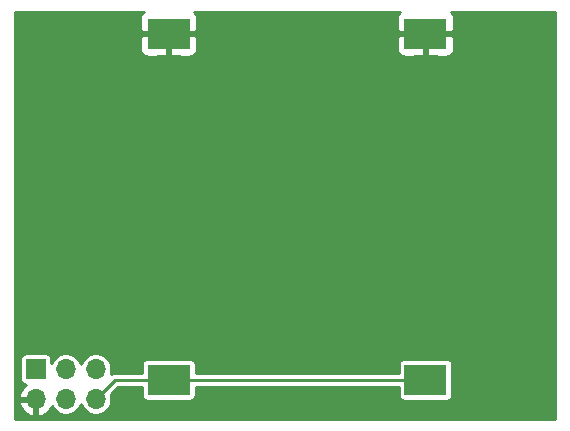
<source format=gbr>
G04 #@! TF.GenerationSoftware,KiCad,Pcbnew,(5.1.5-0-10_14)*
G04 #@! TF.CreationDate,2021-06-08T10:06:00-04:00*
G04 #@! TF.ProjectId,ESLO_COIN_POWER,45534c4f-5f43-44f4-994e-5f504f574552,rev?*
G04 #@! TF.SameCoordinates,Original*
G04 #@! TF.FileFunction,Copper,L1,Top*
G04 #@! TF.FilePolarity,Positive*
%FSLAX46Y46*%
G04 Gerber Fmt 4.6, Leading zero omitted, Abs format (unit mm)*
G04 Created by KiCad (PCBNEW (5.1.5-0-10_14)) date 2021-06-08 10:06:00*
%MOMM*%
%LPD*%
G04 APERTURE LIST*
%ADD10O,1.700000X1.700000*%
%ADD11R,1.700000X1.700000*%
%ADD12R,3.600000X2.600000*%
%ADD13C,0.250000*%
%ADD14C,0.254000*%
G04 APERTURE END LIST*
D10*
X79830000Y-97790000D03*
X79830000Y-95250000D03*
X77290000Y-97790000D03*
X77290000Y-95250000D03*
X74750000Y-97790000D03*
D11*
X74750000Y-95250000D03*
D12*
X107750000Y-96150000D03*
X107750000Y-66850000D03*
X86000000Y-96150000D03*
X86000000Y-66850000D03*
D13*
X105700000Y-96150000D02*
X86000000Y-96150000D01*
X107750000Y-96150000D02*
X105700000Y-96150000D01*
X81470000Y-96150000D02*
X79830000Y-97790000D01*
X86000000Y-96150000D02*
X81470000Y-96150000D01*
D14*
G36*
X83845506Y-65019463D02*
G01*
X83748815Y-65098815D01*
X83669463Y-65195506D01*
X83610498Y-65305820D01*
X83574188Y-65425518D01*
X83561928Y-65550000D01*
X83565000Y-66564250D01*
X83723750Y-66723000D01*
X85873000Y-66723000D01*
X85873000Y-66703000D01*
X86127000Y-66703000D01*
X86127000Y-66723000D01*
X88276250Y-66723000D01*
X88435000Y-66564250D01*
X88438072Y-65550000D01*
X88425812Y-65425518D01*
X88389502Y-65305820D01*
X88330537Y-65195506D01*
X88251185Y-65098815D01*
X88154494Y-65019463D01*
X88121824Y-65002000D01*
X105628176Y-65002000D01*
X105595506Y-65019463D01*
X105498815Y-65098815D01*
X105419463Y-65195506D01*
X105360498Y-65305820D01*
X105324188Y-65425518D01*
X105311928Y-65550000D01*
X105315000Y-66564250D01*
X105473750Y-66723000D01*
X107623000Y-66723000D01*
X107623000Y-66703000D01*
X107877000Y-66703000D01*
X107877000Y-66723000D01*
X110026250Y-66723000D01*
X110185000Y-66564250D01*
X110188072Y-65550000D01*
X110175812Y-65425518D01*
X110139502Y-65305820D01*
X110080537Y-65195506D01*
X110001185Y-65098815D01*
X109904494Y-65019463D01*
X109871824Y-65002000D01*
X118748001Y-65002000D01*
X118748000Y-99498000D01*
X73002000Y-99498000D01*
X73002000Y-98146891D01*
X73308519Y-98146891D01*
X73405843Y-98421252D01*
X73554822Y-98671355D01*
X73749731Y-98887588D01*
X73983080Y-99061641D01*
X74245901Y-99186825D01*
X74393110Y-99231476D01*
X74623000Y-99110155D01*
X74623000Y-97917000D01*
X73429186Y-97917000D01*
X73308519Y-98146891D01*
X73002000Y-98146891D01*
X73002000Y-97433109D01*
X73308519Y-97433109D01*
X73429186Y-97663000D01*
X74623000Y-97663000D01*
X74623000Y-97643000D01*
X74877000Y-97643000D01*
X74877000Y-97663000D01*
X74897000Y-97663000D01*
X74897000Y-97917000D01*
X74877000Y-97917000D01*
X74877000Y-99110155D01*
X75106890Y-99231476D01*
X75254099Y-99186825D01*
X75516920Y-99061641D01*
X75750269Y-98887588D01*
X75945178Y-98671355D01*
X76094157Y-98421252D01*
X76103836Y-98393965D01*
X76114028Y-98418570D01*
X76259252Y-98635913D01*
X76444087Y-98820748D01*
X76661430Y-98965972D01*
X76902928Y-99066004D01*
X77159302Y-99117000D01*
X77420698Y-99117000D01*
X77677072Y-99066004D01*
X77918570Y-98965972D01*
X78135913Y-98820748D01*
X78320748Y-98635913D01*
X78465972Y-98418570D01*
X78560000Y-98191567D01*
X78654028Y-98418570D01*
X78799252Y-98635913D01*
X78984087Y-98820748D01*
X79201430Y-98965972D01*
X79442928Y-99066004D01*
X79699302Y-99117000D01*
X79960698Y-99117000D01*
X80217072Y-99066004D01*
X80458570Y-98965972D01*
X80675913Y-98820748D01*
X80860748Y-98635913D01*
X81005972Y-98418570D01*
X81106004Y-98177072D01*
X81157000Y-97920698D01*
X81157000Y-97659302D01*
X81106004Y-97402928D01*
X81094998Y-97376358D01*
X81719357Y-96752000D01*
X83720693Y-96752000D01*
X83720693Y-97450000D01*
X83729903Y-97543508D01*
X83757178Y-97633423D01*
X83801471Y-97716289D01*
X83861079Y-97788921D01*
X83933711Y-97848529D01*
X84016577Y-97892822D01*
X84106492Y-97920097D01*
X84200000Y-97929307D01*
X87800000Y-97929307D01*
X87893508Y-97920097D01*
X87983423Y-97892822D01*
X88066289Y-97848529D01*
X88138921Y-97788921D01*
X88198529Y-97716289D01*
X88242822Y-97633423D01*
X88270097Y-97543508D01*
X88279307Y-97450000D01*
X88279307Y-96752000D01*
X105470693Y-96752000D01*
X105470693Y-97450000D01*
X105479903Y-97543508D01*
X105507178Y-97633423D01*
X105551471Y-97716289D01*
X105611079Y-97788921D01*
X105683711Y-97848529D01*
X105766577Y-97892822D01*
X105856492Y-97920097D01*
X105950000Y-97929307D01*
X109550000Y-97929307D01*
X109643508Y-97920097D01*
X109733423Y-97892822D01*
X109816289Y-97848529D01*
X109888921Y-97788921D01*
X109948529Y-97716289D01*
X109992822Y-97633423D01*
X110020097Y-97543508D01*
X110029307Y-97450000D01*
X110029307Y-94850000D01*
X110020097Y-94756492D01*
X109992822Y-94666577D01*
X109948529Y-94583711D01*
X109888921Y-94511079D01*
X109816289Y-94451471D01*
X109733423Y-94407178D01*
X109643508Y-94379903D01*
X109550000Y-94370693D01*
X105950000Y-94370693D01*
X105856492Y-94379903D01*
X105766577Y-94407178D01*
X105683711Y-94451471D01*
X105611079Y-94511079D01*
X105551471Y-94583711D01*
X105507178Y-94666577D01*
X105479903Y-94756492D01*
X105470693Y-94850000D01*
X105470693Y-95548000D01*
X88279307Y-95548000D01*
X88279307Y-94850000D01*
X88270097Y-94756492D01*
X88242822Y-94666577D01*
X88198529Y-94583711D01*
X88138921Y-94511079D01*
X88066289Y-94451471D01*
X87983423Y-94407178D01*
X87893508Y-94379903D01*
X87800000Y-94370693D01*
X84200000Y-94370693D01*
X84106492Y-94379903D01*
X84016577Y-94407178D01*
X83933711Y-94451471D01*
X83861079Y-94511079D01*
X83801471Y-94583711D01*
X83757178Y-94666577D01*
X83729903Y-94756492D01*
X83720693Y-94850000D01*
X83720693Y-95548000D01*
X81499556Y-95548000D01*
X81469999Y-95545089D01*
X81440443Y-95548000D01*
X81440434Y-95548000D01*
X81351988Y-95556711D01*
X81238510Y-95591134D01*
X81133929Y-95647034D01*
X81133927Y-95647035D01*
X81133928Y-95647035D01*
X81085371Y-95686884D01*
X81106004Y-95637072D01*
X81157000Y-95380698D01*
X81157000Y-95119302D01*
X81106004Y-94862928D01*
X81005972Y-94621430D01*
X80860748Y-94404087D01*
X80675913Y-94219252D01*
X80458570Y-94074028D01*
X80217072Y-93973996D01*
X79960698Y-93923000D01*
X79699302Y-93923000D01*
X79442928Y-93973996D01*
X79201430Y-94074028D01*
X78984087Y-94219252D01*
X78799252Y-94404087D01*
X78654028Y-94621430D01*
X78560000Y-94848433D01*
X78465972Y-94621430D01*
X78320748Y-94404087D01*
X78135913Y-94219252D01*
X77918570Y-94074028D01*
X77677072Y-93973996D01*
X77420698Y-93923000D01*
X77159302Y-93923000D01*
X76902928Y-93973996D01*
X76661430Y-94074028D01*
X76444087Y-94219252D01*
X76259252Y-94404087D01*
X76114028Y-94621430D01*
X76079307Y-94705254D01*
X76079307Y-94400000D01*
X76070097Y-94306492D01*
X76042822Y-94216577D01*
X75998529Y-94133711D01*
X75938921Y-94061079D01*
X75866289Y-94001471D01*
X75783423Y-93957178D01*
X75693508Y-93929903D01*
X75600000Y-93920693D01*
X73900000Y-93920693D01*
X73806492Y-93929903D01*
X73716577Y-93957178D01*
X73633711Y-94001471D01*
X73561079Y-94061079D01*
X73501471Y-94133711D01*
X73457178Y-94216577D01*
X73429903Y-94306492D01*
X73420693Y-94400000D01*
X73420693Y-96100000D01*
X73429903Y-96193508D01*
X73457178Y-96283423D01*
X73501471Y-96366289D01*
X73561079Y-96438921D01*
X73633711Y-96498529D01*
X73716577Y-96542822D01*
X73806492Y-96570097D01*
X73900000Y-96579307D01*
X73901368Y-96579307D01*
X73749731Y-96692412D01*
X73554822Y-96908645D01*
X73405843Y-97158748D01*
X73308519Y-97433109D01*
X73002000Y-97433109D01*
X73002000Y-68150000D01*
X83561928Y-68150000D01*
X83574188Y-68274482D01*
X83610498Y-68394180D01*
X83669463Y-68504494D01*
X83748815Y-68601185D01*
X83845506Y-68680537D01*
X83955820Y-68739502D01*
X84075518Y-68775812D01*
X84200000Y-68788072D01*
X85714250Y-68785000D01*
X85873000Y-68626250D01*
X85873000Y-66977000D01*
X86127000Y-66977000D01*
X86127000Y-68626250D01*
X86285750Y-68785000D01*
X87800000Y-68788072D01*
X87924482Y-68775812D01*
X88044180Y-68739502D01*
X88154494Y-68680537D01*
X88251185Y-68601185D01*
X88330537Y-68504494D01*
X88389502Y-68394180D01*
X88425812Y-68274482D01*
X88438072Y-68150000D01*
X105311928Y-68150000D01*
X105324188Y-68274482D01*
X105360498Y-68394180D01*
X105419463Y-68504494D01*
X105498815Y-68601185D01*
X105595506Y-68680537D01*
X105705820Y-68739502D01*
X105825518Y-68775812D01*
X105950000Y-68788072D01*
X107464250Y-68785000D01*
X107623000Y-68626250D01*
X107623000Y-66977000D01*
X107877000Y-66977000D01*
X107877000Y-68626250D01*
X108035750Y-68785000D01*
X109550000Y-68788072D01*
X109674482Y-68775812D01*
X109794180Y-68739502D01*
X109904494Y-68680537D01*
X110001185Y-68601185D01*
X110080537Y-68504494D01*
X110139502Y-68394180D01*
X110175812Y-68274482D01*
X110188072Y-68150000D01*
X110185000Y-67135750D01*
X110026250Y-66977000D01*
X107877000Y-66977000D01*
X107623000Y-66977000D01*
X105473750Y-66977000D01*
X105315000Y-67135750D01*
X105311928Y-68150000D01*
X88438072Y-68150000D01*
X88435000Y-67135750D01*
X88276250Y-66977000D01*
X86127000Y-66977000D01*
X85873000Y-66977000D01*
X83723750Y-66977000D01*
X83565000Y-67135750D01*
X83561928Y-68150000D01*
X73002000Y-68150000D01*
X73002000Y-65002000D01*
X83878176Y-65002000D01*
X83845506Y-65019463D01*
G37*
X83845506Y-65019463D02*
X83748815Y-65098815D01*
X83669463Y-65195506D01*
X83610498Y-65305820D01*
X83574188Y-65425518D01*
X83561928Y-65550000D01*
X83565000Y-66564250D01*
X83723750Y-66723000D01*
X85873000Y-66723000D01*
X85873000Y-66703000D01*
X86127000Y-66703000D01*
X86127000Y-66723000D01*
X88276250Y-66723000D01*
X88435000Y-66564250D01*
X88438072Y-65550000D01*
X88425812Y-65425518D01*
X88389502Y-65305820D01*
X88330537Y-65195506D01*
X88251185Y-65098815D01*
X88154494Y-65019463D01*
X88121824Y-65002000D01*
X105628176Y-65002000D01*
X105595506Y-65019463D01*
X105498815Y-65098815D01*
X105419463Y-65195506D01*
X105360498Y-65305820D01*
X105324188Y-65425518D01*
X105311928Y-65550000D01*
X105315000Y-66564250D01*
X105473750Y-66723000D01*
X107623000Y-66723000D01*
X107623000Y-66703000D01*
X107877000Y-66703000D01*
X107877000Y-66723000D01*
X110026250Y-66723000D01*
X110185000Y-66564250D01*
X110188072Y-65550000D01*
X110175812Y-65425518D01*
X110139502Y-65305820D01*
X110080537Y-65195506D01*
X110001185Y-65098815D01*
X109904494Y-65019463D01*
X109871824Y-65002000D01*
X118748001Y-65002000D01*
X118748000Y-99498000D01*
X73002000Y-99498000D01*
X73002000Y-98146891D01*
X73308519Y-98146891D01*
X73405843Y-98421252D01*
X73554822Y-98671355D01*
X73749731Y-98887588D01*
X73983080Y-99061641D01*
X74245901Y-99186825D01*
X74393110Y-99231476D01*
X74623000Y-99110155D01*
X74623000Y-97917000D01*
X73429186Y-97917000D01*
X73308519Y-98146891D01*
X73002000Y-98146891D01*
X73002000Y-97433109D01*
X73308519Y-97433109D01*
X73429186Y-97663000D01*
X74623000Y-97663000D01*
X74623000Y-97643000D01*
X74877000Y-97643000D01*
X74877000Y-97663000D01*
X74897000Y-97663000D01*
X74897000Y-97917000D01*
X74877000Y-97917000D01*
X74877000Y-99110155D01*
X75106890Y-99231476D01*
X75254099Y-99186825D01*
X75516920Y-99061641D01*
X75750269Y-98887588D01*
X75945178Y-98671355D01*
X76094157Y-98421252D01*
X76103836Y-98393965D01*
X76114028Y-98418570D01*
X76259252Y-98635913D01*
X76444087Y-98820748D01*
X76661430Y-98965972D01*
X76902928Y-99066004D01*
X77159302Y-99117000D01*
X77420698Y-99117000D01*
X77677072Y-99066004D01*
X77918570Y-98965972D01*
X78135913Y-98820748D01*
X78320748Y-98635913D01*
X78465972Y-98418570D01*
X78560000Y-98191567D01*
X78654028Y-98418570D01*
X78799252Y-98635913D01*
X78984087Y-98820748D01*
X79201430Y-98965972D01*
X79442928Y-99066004D01*
X79699302Y-99117000D01*
X79960698Y-99117000D01*
X80217072Y-99066004D01*
X80458570Y-98965972D01*
X80675913Y-98820748D01*
X80860748Y-98635913D01*
X81005972Y-98418570D01*
X81106004Y-98177072D01*
X81157000Y-97920698D01*
X81157000Y-97659302D01*
X81106004Y-97402928D01*
X81094998Y-97376358D01*
X81719357Y-96752000D01*
X83720693Y-96752000D01*
X83720693Y-97450000D01*
X83729903Y-97543508D01*
X83757178Y-97633423D01*
X83801471Y-97716289D01*
X83861079Y-97788921D01*
X83933711Y-97848529D01*
X84016577Y-97892822D01*
X84106492Y-97920097D01*
X84200000Y-97929307D01*
X87800000Y-97929307D01*
X87893508Y-97920097D01*
X87983423Y-97892822D01*
X88066289Y-97848529D01*
X88138921Y-97788921D01*
X88198529Y-97716289D01*
X88242822Y-97633423D01*
X88270097Y-97543508D01*
X88279307Y-97450000D01*
X88279307Y-96752000D01*
X105470693Y-96752000D01*
X105470693Y-97450000D01*
X105479903Y-97543508D01*
X105507178Y-97633423D01*
X105551471Y-97716289D01*
X105611079Y-97788921D01*
X105683711Y-97848529D01*
X105766577Y-97892822D01*
X105856492Y-97920097D01*
X105950000Y-97929307D01*
X109550000Y-97929307D01*
X109643508Y-97920097D01*
X109733423Y-97892822D01*
X109816289Y-97848529D01*
X109888921Y-97788921D01*
X109948529Y-97716289D01*
X109992822Y-97633423D01*
X110020097Y-97543508D01*
X110029307Y-97450000D01*
X110029307Y-94850000D01*
X110020097Y-94756492D01*
X109992822Y-94666577D01*
X109948529Y-94583711D01*
X109888921Y-94511079D01*
X109816289Y-94451471D01*
X109733423Y-94407178D01*
X109643508Y-94379903D01*
X109550000Y-94370693D01*
X105950000Y-94370693D01*
X105856492Y-94379903D01*
X105766577Y-94407178D01*
X105683711Y-94451471D01*
X105611079Y-94511079D01*
X105551471Y-94583711D01*
X105507178Y-94666577D01*
X105479903Y-94756492D01*
X105470693Y-94850000D01*
X105470693Y-95548000D01*
X88279307Y-95548000D01*
X88279307Y-94850000D01*
X88270097Y-94756492D01*
X88242822Y-94666577D01*
X88198529Y-94583711D01*
X88138921Y-94511079D01*
X88066289Y-94451471D01*
X87983423Y-94407178D01*
X87893508Y-94379903D01*
X87800000Y-94370693D01*
X84200000Y-94370693D01*
X84106492Y-94379903D01*
X84016577Y-94407178D01*
X83933711Y-94451471D01*
X83861079Y-94511079D01*
X83801471Y-94583711D01*
X83757178Y-94666577D01*
X83729903Y-94756492D01*
X83720693Y-94850000D01*
X83720693Y-95548000D01*
X81499556Y-95548000D01*
X81469999Y-95545089D01*
X81440443Y-95548000D01*
X81440434Y-95548000D01*
X81351988Y-95556711D01*
X81238510Y-95591134D01*
X81133929Y-95647034D01*
X81133927Y-95647035D01*
X81133928Y-95647035D01*
X81085371Y-95686884D01*
X81106004Y-95637072D01*
X81157000Y-95380698D01*
X81157000Y-95119302D01*
X81106004Y-94862928D01*
X81005972Y-94621430D01*
X80860748Y-94404087D01*
X80675913Y-94219252D01*
X80458570Y-94074028D01*
X80217072Y-93973996D01*
X79960698Y-93923000D01*
X79699302Y-93923000D01*
X79442928Y-93973996D01*
X79201430Y-94074028D01*
X78984087Y-94219252D01*
X78799252Y-94404087D01*
X78654028Y-94621430D01*
X78560000Y-94848433D01*
X78465972Y-94621430D01*
X78320748Y-94404087D01*
X78135913Y-94219252D01*
X77918570Y-94074028D01*
X77677072Y-93973996D01*
X77420698Y-93923000D01*
X77159302Y-93923000D01*
X76902928Y-93973996D01*
X76661430Y-94074028D01*
X76444087Y-94219252D01*
X76259252Y-94404087D01*
X76114028Y-94621430D01*
X76079307Y-94705254D01*
X76079307Y-94400000D01*
X76070097Y-94306492D01*
X76042822Y-94216577D01*
X75998529Y-94133711D01*
X75938921Y-94061079D01*
X75866289Y-94001471D01*
X75783423Y-93957178D01*
X75693508Y-93929903D01*
X75600000Y-93920693D01*
X73900000Y-93920693D01*
X73806492Y-93929903D01*
X73716577Y-93957178D01*
X73633711Y-94001471D01*
X73561079Y-94061079D01*
X73501471Y-94133711D01*
X73457178Y-94216577D01*
X73429903Y-94306492D01*
X73420693Y-94400000D01*
X73420693Y-96100000D01*
X73429903Y-96193508D01*
X73457178Y-96283423D01*
X73501471Y-96366289D01*
X73561079Y-96438921D01*
X73633711Y-96498529D01*
X73716577Y-96542822D01*
X73806492Y-96570097D01*
X73900000Y-96579307D01*
X73901368Y-96579307D01*
X73749731Y-96692412D01*
X73554822Y-96908645D01*
X73405843Y-97158748D01*
X73308519Y-97433109D01*
X73002000Y-97433109D01*
X73002000Y-68150000D01*
X83561928Y-68150000D01*
X83574188Y-68274482D01*
X83610498Y-68394180D01*
X83669463Y-68504494D01*
X83748815Y-68601185D01*
X83845506Y-68680537D01*
X83955820Y-68739502D01*
X84075518Y-68775812D01*
X84200000Y-68788072D01*
X85714250Y-68785000D01*
X85873000Y-68626250D01*
X85873000Y-66977000D01*
X86127000Y-66977000D01*
X86127000Y-68626250D01*
X86285750Y-68785000D01*
X87800000Y-68788072D01*
X87924482Y-68775812D01*
X88044180Y-68739502D01*
X88154494Y-68680537D01*
X88251185Y-68601185D01*
X88330537Y-68504494D01*
X88389502Y-68394180D01*
X88425812Y-68274482D01*
X88438072Y-68150000D01*
X105311928Y-68150000D01*
X105324188Y-68274482D01*
X105360498Y-68394180D01*
X105419463Y-68504494D01*
X105498815Y-68601185D01*
X105595506Y-68680537D01*
X105705820Y-68739502D01*
X105825518Y-68775812D01*
X105950000Y-68788072D01*
X107464250Y-68785000D01*
X107623000Y-68626250D01*
X107623000Y-66977000D01*
X107877000Y-66977000D01*
X107877000Y-68626250D01*
X108035750Y-68785000D01*
X109550000Y-68788072D01*
X109674482Y-68775812D01*
X109794180Y-68739502D01*
X109904494Y-68680537D01*
X110001185Y-68601185D01*
X110080537Y-68504494D01*
X110139502Y-68394180D01*
X110175812Y-68274482D01*
X110188072Y-68150000D01*
X110185000Y-67135750D01*
X110026250Y-66977000D01*
X107877000Y-66977000D01*
X107623000Y-66977000D01*
X105473750Y-66977000D01*
X105315000Y-67135750D01*
X105311928Y-68150000D01*
X88438072Y-68150000D01*
X88435000Y-67135750D01*
X88276250Y-66977000D01*
X86127000Y-66977000D01*
X85873000Y-66977000D01*
X83723750Y-66977000D01*
X83565000Y-67135750D01*
X83561928Y-68150000D01*
X73002000Y-68150000D01*
X73002000Y-65002000D01*
X83878176Y-65002000D01*
X83845506Y-65019463D01*
M02*

</source>
